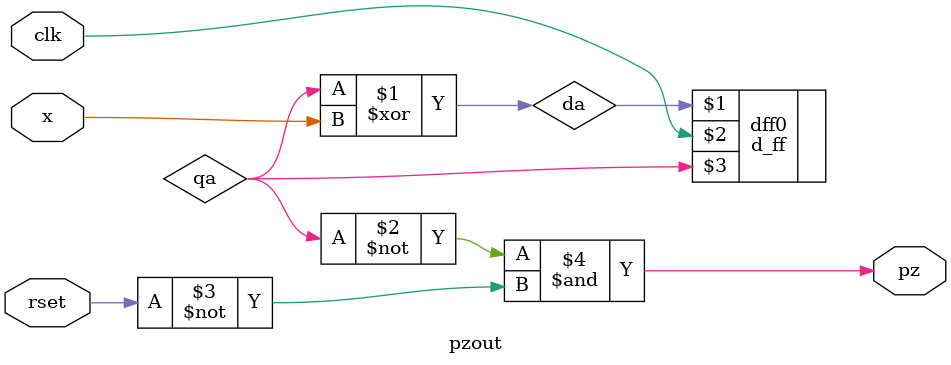
<source format=v>
module pzout(x, rset, clk, pz);
	input x, rset, clk;
	output pz;
	wire da, qa;
	
	assign da = qa ^ x;
	d_ff dff0(da, clk, qa);
	
	assign pz = ~qa & ~rset;
	
endmodule

</source>
